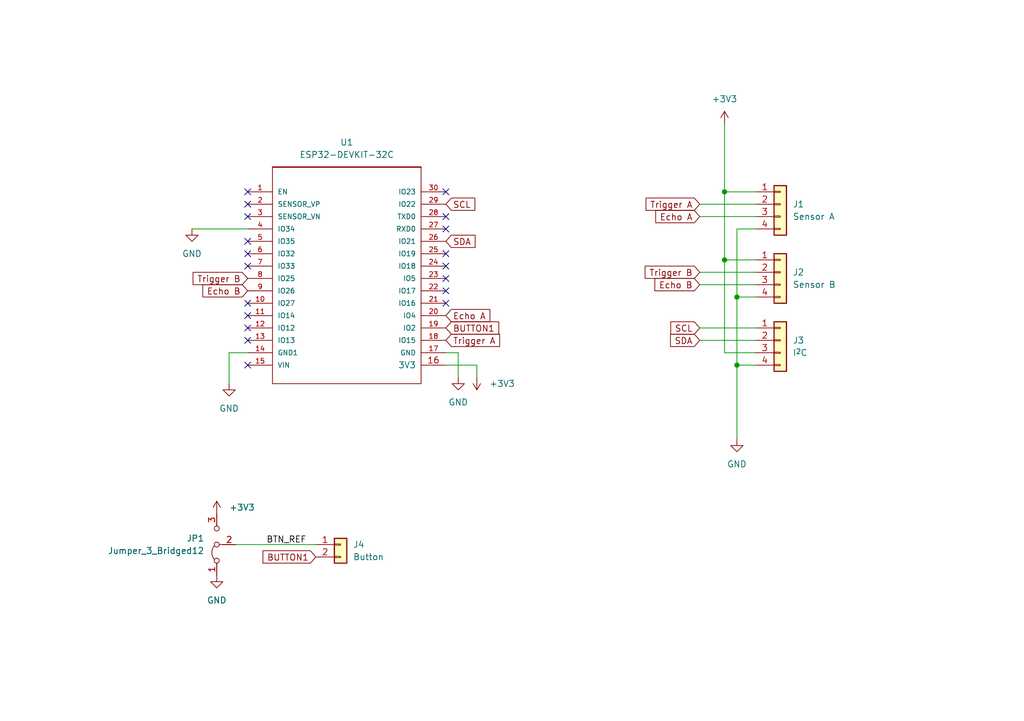
<source format=kicad_sch>
(kicad_sch (version 20211123) (generator eeschema)
  (paper "A5")
  (title_block (title "OpenBikeSensorLite") (date "2022-11-25") (rev "0.1.2") (company "OpenBikeSensor Community"))
  (lib_symbols
    (symbol "Connector_Generic:Conn_01x02" (pin_names (offset 1.016) hide)
      (property "Reference" "J" (at 0 2.54 0))
      (property "Value" "Conn_01x02" (at 0 -5.08 0))
      (symbol "Conn_01x02_1_1"
        (rectangle (start -1.27 -2.413) (end 0 -2.667) (stroke (width 0.1524)))
        (rectangle (start -1.27 0.127) (end 0 -0.127) (stroke (width 0.1524)))
        (rectangle (start -1.27 1.27) (end 1.27 -3.81) (stroke (width 0.254)) (fill (type background)))
        (pin passive line (at -5.08 0 0) (length 3.81) (name "Pin_1") (number "1"))
        (pin passive line (at -5.08 -2.54 0) (length 3.81) (name "Pin_2") (number "2"))
      )
    )
    (symbol "Connector_Generic:Conn_01x04" (pin_names (offset 1.016) hide)
      (property "Reference" "J" (at 0 5.08 0))
      (property "Value" "Conn_01x04" (at 0 -7.62 0))
      (symbol "Conn_01x04_1_1"
        (rectangle (start -1.27 -4.953) (end 0 -5.207) (stroke (width 0.1524)))
        (rectangle (start -1.27 -2.413) (end 0 -2.667) (stroke (width 0.1524)))
        (rectangle (start -1.27 0.127) (end 0 -0.127) (stroke (width 0.1524)))
        (rectangle (start -1.27 2.667) (end 0 2.413) (stroke (width 0.1524)))
        (rectangle (start -1.27 3.81) (end 1.27 -6.35) (stroke (width 0.254)) (fill (type background)))
        (pin passive line (at -5.08 2.54 0) (length 3.81) (name "Pin_1") (number "1"))
        (pin passive line (at -5.08 0 0) (length 3.81) (name "Pin_2") (number "2"))
        (pin passive line (at -5.08 -2.54 0) (length 3.81) (name "Pin_3") (number "3"))
        (pin passive line (at -5.08 -5.08 0) (length 3.81) (name "Pin_4") (number "4"))
      )
    )
    (symbol "Jumper:Jumper_3_Bridged12" (pin_names (offset 0) hide)
      (property "Reference" "JP" (at -2.54 -2.54 0))
      (property "Value" "Jumper_3_Bridged12" (at 0 2.794 0))
      (symbol "Jumper_3_Bridged12_0_0"
        (circle (center -3.302 0) (radius 0.508))
        (circle (center 0 0) (radius 0.508))
        (circle (center 3.302 0) (radius 0.508))
      )
      (symbol "Jumper_3_Bridged12_0_1"
        (arc (start -0.254 0.508) (mid -1.651 0.9912) (end -3.048 0.508))
        (polyline (pts (xy 0 -1.27) (xy 0 -0.508)))
      )
      (symbol "Jumper_3_Bridged12_1_1"
        (pin passive line (at -6.35 0 0) (length 2.54) (name "A") (number "1"))
        (pin passive line (at 0 -3.81 90) (length 2.54) (name "C") (number "2"))
        (pin passive line (at 6.35 0 180) (length 2.54) (name "B") (number "3"))
      )
    )
    (symbol "OpenBikeSensor:ESP32-WROOM-30" (pin_names (offset 1.016))
      (property "Reference" "U" (at 0 0 0))
      (property "Value" "ESP32-WROOM-30" (at 0 0 0))
      (symbol "ESP32-WROOM-30_0_1"
        (rectangle (start -13.97 -2.54) (end 16.51 -46.99))
      )
      (symbol "ESP32-WROOM-30_1_1"
        (polyline (pts (xy -13.97 -2.54) (xy 16.51 -2.54)) (stroke (width 0.254)))
        (pin input line (at -19.05 -7.62 0) (length 5.08) (name "EN") (number "1"))
        (pin bidirectional line (at -19.05 -30.48 0) (length 5.08) (name "IO27") (number "10"))
        (pin bidirectional line (at -19.05 -33.02 0) (length 5.08) (name "IO14") (number "11"))
        (pin bidirectional line (at -19.05 -35.56 0) (length 5.08) (name "IO12") (number "12"))
        (pin bidirectional line (at -19.05 -38.1 0) (length 5.08) (name "IO13") (number "13"))
        (pin power_in line (at -19.05 -40.64 0) (length 5.08) (name "GND1") (number "14"))
        (pin power_in line (at -19.05 -43.18 0) (length 5.08) (name "VIN") (number "15"))
        (pin power_in line (at 21.59 -43.18 180) (length 5.08) (name "3V3") (number "16"))
        (pin power_in line (at 21.59 -40.64 180) (length 5.08) (name "GND") (number "17"))
        (pin bidirectional line (at 21.59 -38.1 180) (length 5.08) (name "IO15") (number "18"))
        (pin bidirectional line (at 21.59 -35.56 180) (length 5.08) (name "IO2") (number "19"))
        (pin input line (at -19.05 -10.16 0) (length 5.08) (name "SENSOR_VP") (number "2"))
        (pin bidirectional line (at 21.59 -33.02 180) (length 5.08) (name "IO4") (number "20"))
        (pin bidirectional line (at 21.59 -30.48 180) (length 5.08) (name "IO16") (number "21"))
        (pin bidirectional line (at 21.59 -27.94 180) (length 5.08) (name "IO17") (number "22"))
        (pin bidirectional line (at 21.59 -25.4 180) (length 5.08) (name "IO5") (number "23"))
        (pin bidirectional line (at 21.59 -22.86 180) (length 5.08) (name "IO18") (number "24"))
        (pin bidirectional line (at 21.59 -20.32 180) (length 5.08) (name "IO19") (number "25"))
        (pin bidirectional line (at 21.59 -17.78 180) (length 5.08) (name "IO21") (number "26"))
        (pin input line (at 21.59 -15.24 180) (length 5.08) (name "RXD0") (number "27"))
        (pin output line (at 21.59 -12.7 180) (length 5.08) (name "TXD0") (number "28"))
        (pin bidirectional line (at 21.59 -10.16 180) (length 5.08) (name "IO22") (number "29"))
        (pin input line (at -19.05 -12.7 0) (length 5.08) (name "SENSOR_VN") (number "3"))
        (pin bidirectional line (at 21.59 -7.62 180) (length 5.08) (name "IO23") (number "30"))
        (pin bidirectional line (at -19.05 -15.24 0) (length 5.08) (name "IO34") (number "4"))
        (pin bidirectional line (at -19.05 -17.78 0) (length 5.08) (name "IO35") (number "5"))
        (pin bidirectional line (at -19.05 -20.32 0) (length 5.08) (name "IO32") (number "6"))
        (pin bidirectional line (at -19.05 -22.86 0) (length 5.08) (name "IO33") (number "7"))
        (pin bidirectional line (at -19.05 -25.4 0) (length 5.08) (name "IO25") (number "8"))
        (pin bidirectional line (at -19.05 -27.94 0) (length 5.08) (name "IO26") (number "9"))
      )
    )
    (symbol "power:+3.3V" (power) (pin_names (offset 0))
      (property "Value" "+3.3V" (at 0 3.556 0))
      (symbol "+3.3V_0_1"
        (polyline (pts (xy -0.762 1.27) (xy 0 2.54)))
        (polyline (pts (xy 0 0) (xy 0 2.54)))
        (polyline (pts (xy 0 2.54) (xy 0.762 1.27)))
      )
      (symbol "+3.3V_1_1"
        (pin power_in line (at 0 0 90) (length 0) hide (name "+3V3") (number "1"))
      )
    )
    (symbol "power:GND" (power) (pin_names (offset 0))
      (property "Value" "GND" (at 0 -3.81 0))
      (symbol "GND_0_1"
        (polyline (pts (xy 0 0) (xy 0 -1.27) (xy 1.27 -1.27) (xy 0 -2.54) (xy -1.27 -1.27) (xy 0 -1.27)))
      )
      (symbol "GND_1_1"
        (pin power_in line (at 0 0 270) (length 0) hide (name "GND") (number "1"))
      )
    )
  )
  (junction (at 151.13 60.96))
  (junction (at 148.59 53.34))
  (junction (at 148.59 39.37))
  (junction (at 151.13 74.93))
  (no_connect (at 91.44 54.61))
  (no_connect (at 50.8 54.61))
  (no_connect (at 91.44 57.15))
  (no_connect (at 91.44 52.07))
  (no_connect (at 50.8 64.77))
  (no_connect (at 50.8 44.45))
  (no_connect (at 50.8 39.37))
  (no_connect (at 50.8 52.07))
  (no_connect (at 91.44 59.69))
  (no_connect (at 50.8 62.23))
  (no_connect (at 50.8 74.93))
  (no_connect (at 50.8 69.85))
  (no_connect (at 50.8 67.31))
  (no_connect (at 91.44 44.45))
  (no_connect (at 91.44 62.23))
  (no_connect (at 50.8 49.53))
  (no_connect (at 91.44 46.99))
  (no_connect (at 50.8 41.91))
  (no_connect (at 91.44 39.37))
  (wire (pts (xy 148.59 25.4) (xy 148.59 39.37)))
  (wire (pts (xy 151.13 60.96) (xy 151.13 74.93)))
  (wire (pts (xy 143.51 69.85) (xy 154.94 69.85)))
  (wire (pts (xy 97.79 74.93) (xy 91.44 74.93)))
  (wire (pts (xy 148.59 39.37) (xy 148.59 53.34)))
  (wire (pts (xy 151.13 74.93) (xy 151.13 90.17)))
  (wire (pts (xy 93.98 72.39) (xy 91.44 72.39)))
  (wire (pts (xy 48.26 111.76) (xy 64.77 111.76)))
  (wire (pts (xy 97.79 77.47) (xy 97.79 74.93)))
  (wire (pts (xy 46.99 72.39) (xy 50.8 72.39)))
  (wire (pts (xy 143.51 41.91) (xy 154.94 41.91)))
  (wire (pts (xy 46.99 78.74) (xy 46.99 72.39)))
  (wire (pts (xy 148.59 53.34) (xy 154.94 53.34)))
  (wire (pts (xy 154.94 39.37) (xy 148.59 39.37)))
  (wire (pts (xy 143.51 55.88) (xy 154.94 55.88)))
  (wire (pts (xy 151.13 60.96) (xy 154.94 60.96)))
  (wire (pts (xy 39.37 46.99) (xy 50.8 46.99)))
  (wire (pts (xy 143.51 44.45) (xy 154.94 44.45)))
  (wire (pts (xy 148.59 72.39) (xy 154.94 72.39)))
  (wire (pts (xy 151.13 46.99) (xy 151.13 60.96)))
  (wire (pts (xy 151.13 74.93) (xy 154.94 74.93)))
  (wire (pts (xy 148.59 53.34) (xy 148.59 72.39)))
  (wire (pts (xy 143.51 58.42) (xy 154.94 58.42)))
  (wire (pts (xy 143.51 67.31) (xy 154.94 67.31)))
  (wire (pts (xy 93.98 77.47) (xy 93.98 72.39)))
  (wire (pts (xy 154.94 46.99) (xy 151.13 46.99)))
  (label "BTN_REF" (at 54.61 111.76 0))
  (global_label "Trigger B" (shape input) (at 143.51 55.88 180) (property "Intersheet References" "${INTERSHEET_REFS}" (effects hide)))
  (global_label "SDA" (shape input) (at 91.44 49.53 0) (property "Intersheet References" "${INTERSHEET_REFS}" (effects hide)))
  (global_label "SCL" (shape input) (at 91.44 41.91 0) (property "Intersheet References" "${INTERSHEET_REFS}" (effects hide)))
  (global_label "Trigger A" (shape input) (at 143.51 41.91 180) (property "Intersheet References" "${INTERSHEET_REFS}" (effects hide)))
  (global_label "Echo A" (shape input) (at 91.44 64.77 0) (property "Intersheet References" "${INTERSHEET_REFS}" (effects hide)))
  (global_label "Echo B" (shape input) (at 50.8 59.69 180) (property "Intersheet References" "${INTERSHEET_REFS}" (effects hide)))
  (global_label "BUTTON1" (shape input) (at 64.77 114.3 180) (property "Intersheet References" "${INTERSHEET_REFS}" (effects hide)))
  (global_label "Trigger B" (shape input) (at 50.8 57.15 180) (property "Intersheet References" "${INTERSHEET_REFS}" (effects hide)))
  (global_label "Echo A" (shape input) (at 143.51 44.45 180) (property "Intersheet References" "${INTERSHEET_REFS}" (effects hide)))
  (global_label "Echo B" (shape input) (at 143.51 58.42 180) (property "Intersheet References" "${INTERSHEET_REFS}" (effects hide)))
  (global_label "Trigger A" (shape input) (at 91.44 69.85 0) (property "Intersheet References" "${INTERSHEET_REFS}" (effects hide)))
  (global_label "SCL" (shape input) (at 143.51 67.31 180) (property "Intersheet References" "${INTERSHEET_REFS}" (effects hide)))
  (global_label "SDA" (shape input) (at 143.51 69.85 180) (property "Intersheet References" "${INTERSHEET_REFS}" (effects hide)))
  (global_label "BUTTON1" (shape input) (at 91.44 67.31 0) (property "Intersheet References" "${INTERSHEET_REFS}" (effects hide)))
  (symbol (lib_id "power:GND") (at 93.98 77.47 0) (unit 1)
    (property "Reference" "#PWR05" (effects hide))
    (property "Value" "GND" (at 93.98 82.55 0))
  )
  (symbol (lib_id "power:GND") (at 44.45 118.11 0) (unit 1)
    (property "Reference" "#PWR04" (effects hide))
    (property "Value" "GND" (at 44.45 123.19 0))
  )
  (symbol (lib_id "OpenBikeSensor:ESP32-WROOM-30") (at 69.85 31.75 0) (unit 1)
    (property "Reference" "U1" (at 71.12 29.21 0))
    (property "Value" "ESP32-DEVKIT-32C" (at 71.12 31.75 0))
    (property "Footprint" "OpenBikeSensor:ESP32-WROOM-30-THT" (effects hide))
  )
  (symbol (lib_id "Connector_Generic:Conn_01x04") (at 160.02 41.91 0) (unit 1)
    (property "Reference" "J1" (at 162.56 41.9099 0) (effects (justify left)))
    (property "Value" "Sensor A" (at 162.56 44.4499 0) (effects (justify left)))
    (property "Footprint" "OpenBikeSensor:Connector_1x04" (effects hide))
  )
  (symbol (lib_id "Jumper:Jumper_3_Bridged12") (at 44.45 111.76 90) (unit 1)
    (property "Reference" "JP1" (at 41.91 110.4899 90) (effects (justify left)))
    (property "Value" "Jumper_3_Bridged12" (at 41.91 113.0299 90) (effects (justify left)))
    (property "Footprint" "Jumper:SolderJumper-3_P1.3mm_Bridged12_Pad1.0x1.5mm" (effects hide))
  )
  (symbol (lib_id "power:+3.3V") (at 97.79 77.47 180) (unit 1)
    (property "Reference" "#PWR06" (effects hide))
    (property "Value" "+3.3V" (at 100.33 78.7399 0) (effects (justify right)))
  )
  (symbol (lib_id "Connector_Generic:Conn_01x02") (at 69.85 111.76 0) (unit 1)
    (property "Reference" "J4" (at 72.39 111.7599 0) (effects (justify left)))
    (property "Value" "Button" (at 72.39 114.2999 0) (effects (justify left)))
    (property "Footprint" "Connector_JST:JST_EH_S2B-EH_1x02_P2.50mm_Horizontal" (effects hide))
  )
  (symbol (lib_id "power:+3.3V") (at 44.45 105.41 0) (unit 1)
    (property "Reference" "#PWR03" (effects hide))
    (property "Value" "+3.3V" (at 46.99 104.1399 0) (effects (justify left)))
  )
  (symbol (lib_id "power:+3.3V") (at 148.59 25.4 0) (unit 1)
    (property "Reference" "#PWR07" (effects hide))
    (property "Value" "+3.3V" (at 148.59 20.32 0))
  )
  (symbol (lib_id "power:GND") (at 151.13 90.17 0) (unit 1)
    (property "Reference" "#PWR08" (effects hide))
    (property "Value" "GND" (at 151.13 95.25 0))
  )
  (symbol (lib_id "power:GND") (at 46.99 78.74 0) (unit 1)
    (property "Reference" "#PWR02" (effects hide))
    (property "Value" "GND" (at 46.99 83.82 0))
  )
  (symbol (lib_id "Connector_Generic:Conn_01x04") (at 160.02 69.85 0) (unit 1)
    (property "Reference" "J3" (at 162.56 69.8499 0) (effects (justify left)))
    (property "Value" "I^{2}C" (at 162.56 72.3899 0) (effects (justify left)))
    (property "Footprint" "Connector_JST:JST_PH_S4B-PH-K_1x04_P2.00mm_Horizontal" (effects hide))
  )
  (symbol (lib_id "Connector_Generic:Conn_01x04") (at 160.02 55.88 0) (unit 1)
    (property "Reference" "J2" (at 162.56 55.8799 0) (effects (justify left)))
    (property "Value" "Sensor B" (at 162.56 58.4199 0) (effects (justify left)))
    (property "Footprint" "OpenBikeSensor:Connector_1x04" (effects hide))
  )
  (symbol (lib_id "power:GND") (at 39.37 46.99 0) (unit 1)
    (property "Reference" "#PWR01" (effects hide))
    (property "Value" "GND" (at 39.37 52.07 0))
  )
)
</source>
